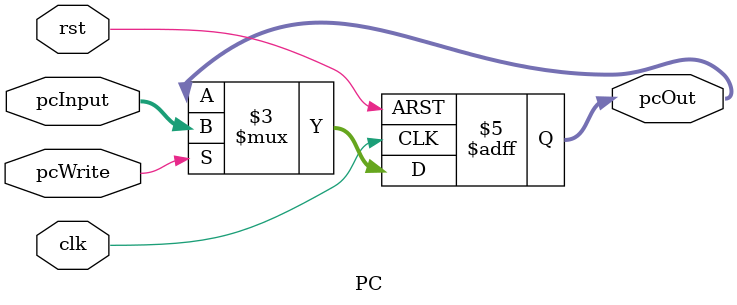
<source format=v>
`timescale 1ns/1ns

module PC(input[31:0] pcInput, input pcWrite, clk, rst, output reg[31:0] pcOut);
    always @(posedge clk, posedge rst) begin
        if(rst)
            pcOut <= 32'b0;
        else if(pcWrite)
            pcOut <= pcInput;
        else
            pcOut <= pcOut;
    end
endmodule




</source>
